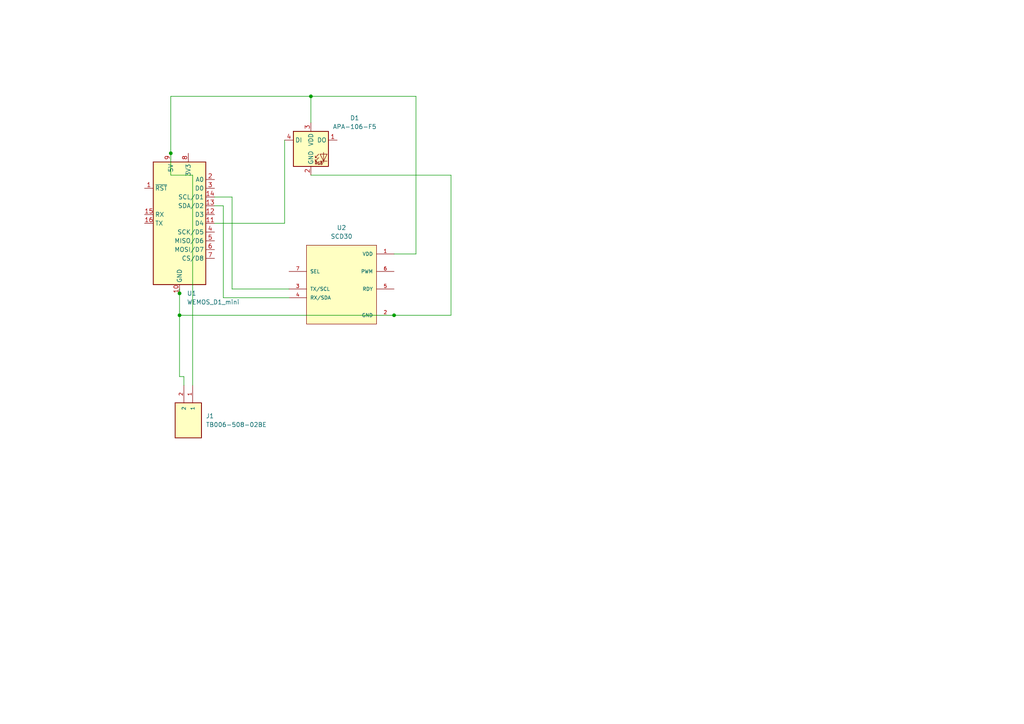
<source format=kicad_sch>
(kicad_sch (version 20250114) (generator "eeschema") (generator_version "9.0")
  (paper "A4")
  (lib_symbols
    (symbol "LED:APA-106-F5"
      (property "Reference" "D" (at 5.08 5.715 0))
      (property "Value" "APA-106-F5" (at 1.27 -5.715 0))
      (symbol "APA-106-F5_0_0"
        (text "RGB" (at 2.286 -4.191 0) (effects (font (size 0.762 0.762))))
      )
      (symbol "APA-106-F5_0_1"
        (polyline (pts (xy 1.27 -2.54) (xy 1.778 -2.54)))
        (polyline (pts (xy 1.27 -3.556) (xy 1.778 -3.556)))
        (polyline (pts (xy 2.286 -1.524) (xy 1.27 -2.54) (xy 1.27 -2.032)))
        (polyline (pts (xy 2.286 -2.54) (xy 1.27 -3.556) (xy 1.27 -3.048)))
        (polyline (pts (xy 3.683 -1.016) (xy 3.683 -3.556) (xy 3.683 -4.064)))
        (polyline (pts (xy 4.699 -1.524) (xy 2.667 -1.524) (xy 3.683 -3.556) (xy 4.699 -1.524)))
        (polyline (pts (xy 4.699 -3.556) (xy 2.667 -3.556)))
        (rectangle (start 5.08 5.08) (end -5.08 -5.08) (stroke (width 0.254)) (fill (type background)))
      )
      (symbol "APA-106-F5_1_1"
        (pin input line (at -7.62 2.54 0) (length 2.54) (name "DI") (number "4"))
        (pin power_in line (at 0 7.62 270) (length 2.54) (name "VDD") (number "3"))
        (pin power_in line (at 0 -7.62 90) (length 2.54) (name "GND") (number "2"))
        (pin output line (at 7.62 2.54 180) (length 2.54) (name "DO") (number "1"))
      )
    )
    (symbol "RF_Module:WEMOS_D1_mini"
      (property "Reference" "U" (at 3.81 19.05 0))
      (property "Value" "WEMOS_D1_mini" (at 1.27 -19.05 0))
      (symbol "WEMOS_D1_mini_1_1"
        (rectangle (start -7.62 17.78) (end 7.62 -17.78) (stroke (width 0.254)) (fill (type background)))
        (pin input line (at -10.16 10.16 0) (length 2.54) (name "~{RST}") (number "1"))
        (pin input line (at -10.16 2.54 0) (length 2.54) (name "RX") (number "15"))
        (pin output line (at -10.16 0 0) (length 2.54) (name "TX") (number "16"))
        (pin power_in line (at -2.54 20.32 270) (length 2.54) (name "5V") (number "9"))
        (pin power_in line (at 0 -20.32 90) (length 2.54) (name "GND") (number "10"))
        (pin power_out line (at 2.54 20.32 270) (length 2.54) (name "3V3") (number "8"))
        (pin input line (at 10.16 12.7 180) (length 2.54) (name "A0") (number "2"))
        (pin bidirectional line (at 10.16 10.16 180) (length 2.54) (name "D0") (number "3"))
        (pin bidirectional line (at 10.16 7.62 180) (length 2.54) (name "SCL/D1") (number "14"))
        (pin bidirectional line (at 10.16 5.08 180) (length 2.54) (name "SDA/D2") (number "13"))
        (pin bidirectional line (at 10.16 2.54 180) (length 2.54) (name "D3") (number "12"))
        (pin bidirectional line (at 10.16 0 180) (length 2.54) (name "D4") (number "11"))
        (pin bidirectional line (at 10.16 -2.54 180) (length 2.54) (name "SCK/D5") (number "4"))
        (pin bidirectional line (at 10.16 -5.08 180) (length 2.54) (name "MISO/D6") (number "5"))
        (pin bidirectional line (at 10.16 -7.62 180) (length 2.54) (name "MOSI/D7") (number "6"))
        (pin bidirectional line (at 10.16 -10.16 180) (length 2.54) (name "CS/D8") (number "7"))
      )
    )
    (symbol "TB006-508-02BE:TB006-508-02BE" (pin_names (offset 1.016))
      (property "Reference" "J" (at -5.58 5.08 0))
      (property "Value" "TB006-508-02BE" (at -5.08 -5.08 0))
      (symbol "TB006-508-02BE_0_0"
        (rectangle (start -5.08 -2.54) (end 5.08 5.08) (stroke (width 0.254)) (fill (type background)))
        (pin passive line (at -10.16 2.54 0) (length 5.08) (name "1") (number "1"))
        (pin passive line (at -10.16 0 0) (length 5.08) (name "2") (number "2"))
      )
    )
    (symbol "scd30:SCD30" (pin_names (offset 1.016))
      (property "Reference" "U" (at -10.16 13.462 0))
      (property "Value" "SCD30" (at -10.16 -12.7 0))
      (symbol "SCD30_0_0"
        (rectangle (start -10.16 -10.16) (end 10.16 12.7) (stroke (width 0.1524)) (fill (type background)))
        (pin input line (at -15.24 5.08 0) (length 5.08) (name "SEL") (number "7"))
        (pin bidirectional line (at -15.24 0 0) (length 5.08) (name "TX/SCL") (number "3"))
        (pin bidirectional line (at -15.24 -2.54 0) (length 5.08) (name "RX/SDA") (number "4"))
        (pin power_in line (at 15.24 10.16 180) (length 5.08) (name "VDD") (number "1"))
        (pin output line (at 15.24 5.08 180) (length 5.08) (name "PWM") (number "6"))
        (pin bidirectional line (at 15.24 0 180) (length 5.08) (name "RDY") (number "5"))
        (pin power_in line (at 15.24 -7.62 180) (length 5.08) (name "GND") (number "2"))
      )
    )
  )
  (junction (at 52.07 85.09))
  (junction (at 49.53 44.45))
  (junction (at 90.17 27.94))
  (junction (at 52.07 91.44))
  (junction (at 114.3 91.44))
  (wire (pts (xy 55.88 50.8) (xy 49.53 50.8)))
  (wire (pts (xy 49.53 44.45) (xy 49.53 27.94)))
  (wire (pts (xy 90.17 27.94) (xy 120.65 27.94)))
  (wire (pts (xy 130.81 50.8) (xy 130.81 91.44)))
  (wire (pts (xy 49.53 44.45) (xy 49.53 50.8)))
  (wire (pts (xy 82.55 64.77) (xy 82.55 40.64)))
  (wire (pts (xy 52.07 83.82) (xy 52.07 85.09)))
  (wire (pts (xy 114.3 91.44) (xy 130.81 91.44)))
  (wire (pts (xy 64.77 86.36) (xy 64.77 59.69)))
  (wire (pts (xy 120.65 73.66) (xy 120.65 27.94)))
  (wire (pts (xy 52.07 91.44) (xy 52.07 109.22)))
  (wire (pts (xy 55.88 50.8) (xy 55.88 111.76)))
  (wire (pts (xy 67.31 57.15) (xy 67.31 83.82)))
  (wire (pts (xy 114.3 73.66) (xy 120.65 73.66)))
  (wire (pts (xy 52.07 109.22) (xy 53.34 109.22)))
  (wire (pts (xy 62.23 57.15) (xy 67.31 57.15)))
  (wire (pts (xy 64.77 59.69) (xy 62.23 59.69)))
  (wire (pts (xy 67.31 83.82) (xy 83.82 83.82)))
  (wire (pts (xy 90.17 50.8) (xy 130.81 50.8)))
  (wire (pts (xy 49.53 27.94) (xy 90.17 27.94)))
  (wire (pts (xy 52.07 91.44) (xy 114.3 91.44)))
  (wire (pts (xy 83.82 86.36) (xy 64.77 86.36)))
  (wire (pts (xy 90.17 27.94) (xy 90.17 35.56)))
  (wire (pts (xy 52.07 85.09) (xy 52.07 91.44)))
  (wire (pts (xy 62.23 64.77) (xy 82.55 64.77)))
  (wire (pts (xy 53.34 109.22) (xy 53.34 111.76)))
  (symbol (lib_id "LED:APA-106-F5") (at 90.17 43.18 0) (unit 1)
    (property "Reference" "D1" (at 102.87 34.2198 0))
    (property "Value" "APA-106-F5" (at 102.87 36.7598 0))
    (property "Footprint" "LED_THT:LED_D5.0mm-4_RGB" (effects (hide yes)))
    (property "Datasheet" "https://cdn.sparkfun.com/datasheets/Components/LED/COM-12877.pdf" (effects (hide yes)))
    (property "Description" "RGB LED with integrated controller, 5mm Package" (effects (hide yes)))
  )
  (symbol (lib_id "scd30:SCD30") (at 99.06 83.82 0) (unit 1)
    (property "Reference" "U2" (at 99.06 66.04 0))
    (property "Value" "SCD30" (at 99.06 68.58 0))
    (property "Footprint" "scd30:MODULE_SCD30" (effects (hide yes)))
    (property "MF" "Sensirion AG" (effects (hide yes)))
    (property "MAXIMUM_PACKAGE_HEIGHT" "7.0mm" (effects (hide yes)))
    (property "Package" "None" (effects (hide yes)))
    (property "Price" "None" (effects (hide yes)))
    (property "Check_prices" "https://www.snapeda.com/parts/SCD30/Sensirion/view-part/?ref=eda" (effects (hide yes)))
    (property "STANDARD" "Manufacturer Recommendations" (effects (hide yes)))
    (property "PARTREV" "D1" (effects (hide yes)))
    (property "SnapEDA_Link" "https://www.snapeda.com/parts/SCD30/Sensirion/view-part/?ref=snap" (effects (hide yes)))
    (property "MP" "SCD30" (effects (hide yes)))
    (property "Description_1" "Carbon Dioxide (CO2), Humidity, Temperature Sensor I2C, Modbus, PWM" (effects (hide yes)))
    (property "Availability" "In Stock" (effects (hide yes)))
    (property "MANUFACTURER" "Sensirion" (effects (hide yes)))
  )
  (symbol (lib_id "RF_Module:WEMOS_D1_mini") (at 52.07 64.77 0) (unit 1)
    (property "Reference" "U1" (at 54.2133 85.09 0) (effects (justify left)))
    (property "Value" "WEMOS_D1_mini" (at 54.2133 87.63 0) (effects (justify left)))
    (property "Footprint" "RF_Module:WEMOS_D1_mini_light" (effects (hide yes)))
    (property "Datasheet" "https://wiki.wemos.cc/products:d1:d1_mini#documentation" (effects (hide yes)))
    (property "Description" "32-bit microcontroller module with WiFi" (effects (hide yes)))
  )
  (symbol (lib_id "TB006-508-02BE:TB006-508-02BE") (at 53.34 121.92 270) (unit 1)
    (property "Reference" "J1" (at 59.69 120.6499 90) (effects (justify left)))
    (property "Value" "TB006-508-02BE" (at 59.69 123.1899 90) (effects (justify left)))
    (property "Footprint" "TB006-508-02BE:CUI_TB006-508-02BE" (effects (hide yes)))
    (property "MF" "Same Sky" (effects (hide yes)))
    (property "Description_1" "2~24 Poles, Screw Type, Horizontal, 5.08 Pitch, 26~14 (AWG), Terminal Block Connector" (effects (hide yes)))
    (property "Package" "None" (effects (hide yes)))
    (property "Price" "None" (effects (hide yes)))
    (property "Check_prices" "https://www.snapeda.com/parts/TB006-508-02BE/Same+Sky/view-part/?ref=eda" (effects (hide yes)))
    (property "STANDARD" "Manufacturer Recommendations" (effects (hide yes)))
    (property "SnapEDA_Link" "https://www.snapeda.com/parts/TB006-508-02BE/Same+Sky/view-part/?ref=snap" (effects (hide yes)))
    (property "MP" "TB006-508-02BE" (effects (hide yes)))
    (property "Availability" "In Stock" (effects (hide yes)))
    (property "MANUFACTURER" "CUI" (effects (hide yes)))
  )
)
</source>
